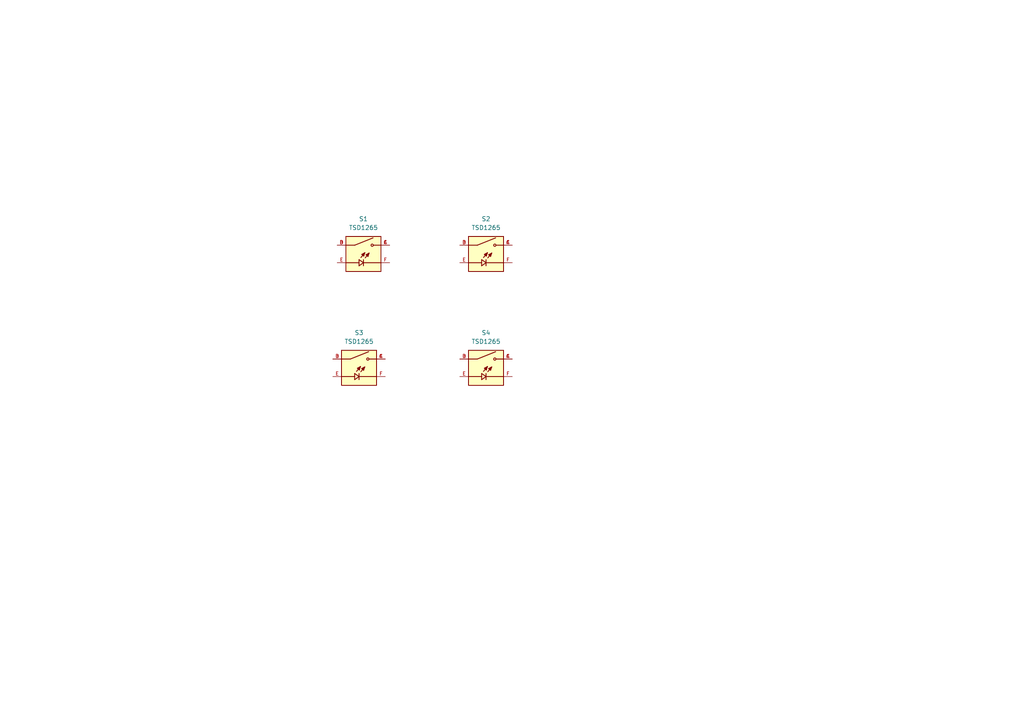
<source format=kicad_sch>
(kicad_sch (version 20250114) (generator "eeschema") (generator_version "9.0")
  (paper "A4")
  (lib_symbols
    (symbol "modules:TSD1265" (pin_names (offset 1.016))
      (property "Reference" "S" (at -5.08 6.35 0))
      (property "Value" "TSD1265" (at -5.08 -7.62 0))
      (symbol "TSD1265_0_0"
        (rectangle (start -5.08 5.08) (end 5.08 -5.08) (stroke (width 0.254)) (fill (type background)))
        (polyline (pts (xy -2.54 2.54) (xy -5.08 2.54)) (stroke (width 0.254)))
        (polyline (pts (xy -2.54 2.54) (xy 2.794 4.6736)) (stroke (width 0.254)))
        (polyline (pts (xy -1.27 -1.651) (xy -1.27 -2.54)) (stroke (width 0.254)))
        (polyline (pts (xy -1.27 -2.54) (xy -5.08 -2.54)) (stroke (width 0.254)))
        (polyline (pts (xy -1.27 -2.54) (xy -1.27 -3.429)) (stroke (width 0.254)))
        (polyline (pts (xy -1.27 -3.429) (xy 0 -2.54)) (stroke (width 0.254)))
        (polyline (pts (xy -0.4826 -0.127) (xy 0.4064 0.3556)) (stroke (width 0.254)))
        (polyline (pts (xy -0.3048 -0.2032) (xy -0.0762 -0.0508)) (stroke (width 0.254)))
        (polyline (pts (xy 0 -1.651) (xy 0 -2.54)) (stroke (width 0.254)))
        (polyline (pts (xy 0 -2.54) (xy -1.27 -1.651)) (stroke (width 0.254)))
        (polyline (pts (xy 0 -2.54) (xy 0 -3.429)) (stroke (width 0.254)))
        (polyline (pts (xy 0 -2.54) (xy 5.08 -2.54)) (stroke (width 0.254)))
        (polyline (pts (xy 0.0762 -0.6096) (xy -0.4826 -0.127)) (stroke (width 0.254)))
        (polyline (pts (xy 0.0762 -0.6096) (xy 0.1016 0.127)) (stroke (width 0.254)))
        (polyline (pts (xy 0.1016 0.127) (xy -0.0254 0.127)) (stroke (width 0.254)))
        (polyline (pts (xy 0.4064 0.3556) (xy -0.7366 -1.0414)) (stroke (width 0.254)))
        (polyline (pts (xy 0.4064 0.3556) (xy 0.0762 -0.6096)) (stroke (width 0.254)))
        (polyline (pts (xy 0.762 -0.2286) (xy 1.651 0.254)) (stroke (width 0.254)))
        (polyline (pts (xy 0.9398 -0.3048) (xy 1.1684 -0.1524)) (stroke (width 0.254)))
        (polyline (pts (xy 1.3208 -0.7112) (xy 0.762 -0.2286)) (stroke (width 0.254)))
        (polyline (pts (xy 1.3208 -0.7112) (xy 1.3462 0.0254)) (stroke (width 0.254)))
        (polyline (pts (xy 1.3462 0.0254) (xy 1.2192 0.0254)) (stroke (width 0.254)))
        (polyline (pts (xy 1.651 0.254) (xy 0.508 -1.143)) (stroke (width 0.254)))
        (polyline (pts (xy 1.651 0.254) (xy 1.3208 -0.7112)) (stroke (width 0.254)))
        (circle (center 2.54 2.54) (radius 0.3302) (stroke (width 0.254)))
        (polyline (pts (xy 5.08 2.54) (xy 2.921 2.54)) (stroke (width 0.254)))
        (pin passive line (at -7.62 2.54 0) (length 2.54) (name "~") (number "B"))
        (pin passive line (at -7.62 2.54 0) (length 2.54) (name "~") (number "D"))
        (pin passive line (at -7.62 -2.54 0) (length 2.54) (name "~") (number "E"))
        (pin passive line (at 7.62 2.54 180) (length 2.54) (name "~") (number "A"))
        (pin passive line (at 7.62 2.54 180) (length 2.54) (name "~") (number "C"))
        (pin passive line (at 7.62 -2.54 180) (length 2.54) (name "~") (number "F"))
      )
    )
  )
  (symbol (lib_id "modules:TSD1265") (at 140.97 106.68 0) (unit 1)
    (property "Reference" "S4" (at 140.97 96.52 0))
    (property "Value" "TSD1265" (at 140.97 99.06 0))
    (property "Description" "Tactile Push Button Switch Momentary" (effects (hide yes)))
  )
  (symbol (lib_id "modules:TSD1265") (at 140.97 73.66 0) (unit 1)
    (property "Reference" "S2" (at 140.97 63.5 0))
    (property "Value" "TSD1265" (at 140.97 66.04 0))
    (property "Description" "Tactile Push Button Switch Momentary" (effects (hide yes)))
  )
  (symbol (lib_id "modules:TSD1265") (at 105.41 73.66 0) (unit 1)
    (property "Reference" "S1" (at 105.41 63.5 0))
    (property "Value" "TSD1265" (at 105.41 66.04 0))
    (property "Description" "Tactile Push Button Switch Momentary" (effects (hide yes)))
  )
  (symbol (lib_id "modules:TSD1265") (at 104.14 106.68 0) (unit 1)
    (property "Reference" "S3" (at 104.14 96.52 0))
    (property "Value" "TSD1265" (at 104.14 99.06 0))
    (property "Description" "Tactile Push Button Switch Momentary" (effects (hide yes)))
  )
)
</source>
